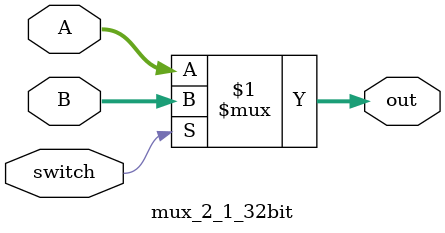
<source format=v>
`timescale 1ns / 1ps
module mux_2_1_32bit(
	input switch,
	input [31:0]A, 
	input [31:0]B,
	output [31:0]out
    );
assign out=switch?B:A;



endmodule

</source>
